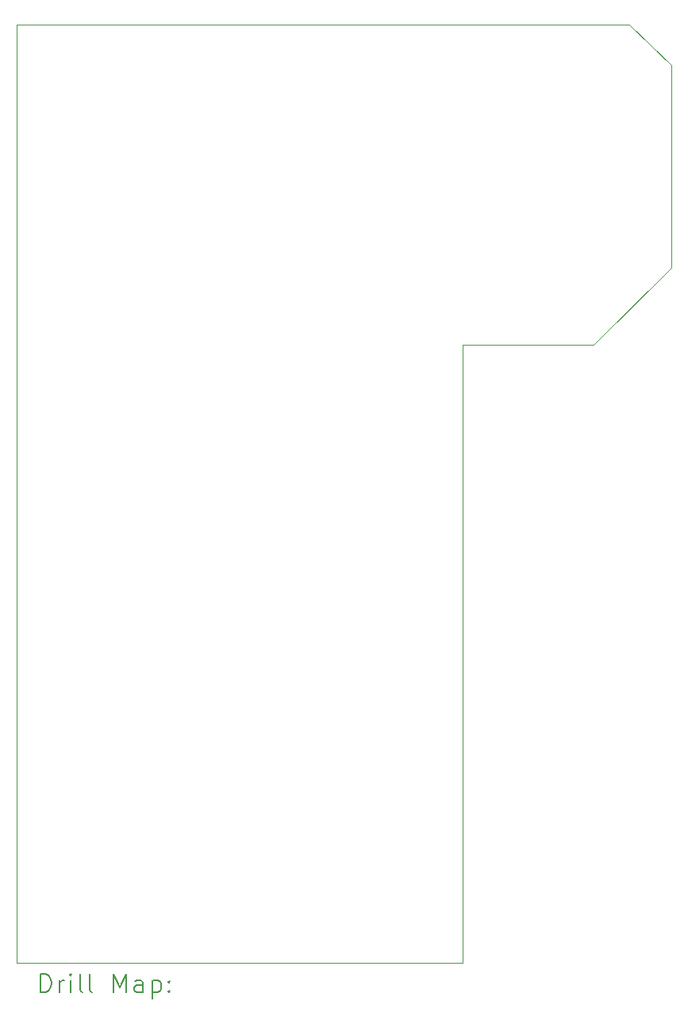
<source format=gbr>
%TF.GenerationSoftware,KiCad,Pcbnew,6.0.8-f2edbf62ab~116~ubuntu22.04.1*%
%TF.CreationDate,2022-10-12T19:56:12+02:00*%
%TF.ProjectId,A1200FaStRamExpansion,41313230-3046-4615-9374-52616d457870,1.0*%
%TF.SameCoordinates,Original*%
%TF.FileFunction,Drillmap*%
%TF.FilePolarity,Positive*%
%FSLAX45Y45*%
G04 Gerber Fmt 4.5, Leading zero omitted, Abs format (unit mm)*
G04 Created by KiCad (PCBNEW 6.0.8-f2edbf62ab~116~ubuntu22.04.1) date 2022-10-12 19:56:12*
%MOMM*%
%LPD*%
G01*
G04 APERTURE LIST*
%ADD10C,0.050000*%
%ADD11C,0.200000*%
G04 APERTURE END LIST*
D10*
X7874000Y-5541000D02*
X7874000Y-15541000D01*
X7874000Y-5541000D02*
X14414500Y-5541000D01*
X12636500Y-8953500D02*
X12636500Y-12573000D01*
X14859000Y-5969000D02*
X14414500Y-5541000D01*
X12636500Y-15541000D02*
X12636500Y-12573000D01*
X14859000Y-5969000D02*
X14859000Y-8128000D01*
X14859000Y-8128000D02*
X14033500Y-8953500D01*
X7874000Y-15541000D02*
X12636500Y-15541000D01*
X14033500Y-8953500D02*
X12636500Y-8953500D01*
D11*
X8129119Y-15853976D02*
X8129119Y-15653976D01*
X8176738Y-15653976D01*
X8205309Y-15663500D01*
X8224357Y-15682548D01*
X8233881Y-15701595D01*
X8243405Y-15739690D01*
X8243405Y-15768262D01*
X8233881Y-15806357D01*
X8224357Y-15825405D01*
X8205309Y-15844452D01*
X8176738Y-15853976D01*
X8129119Y-15853976D01*
X8329119Y-15853976D02*
X8329119Y-15720643D01*
X8329119Y-15758738D02*
X8338643Y-15739690D01*
X8348167Y-15730167D01*
X8367214Y-15720643D01*
X8386262Y-15720643D01*
X8452929Y-15853976D02*
X8452929Y-15720643D01*
X8452929Y-15653976D02*
X8443405Y-15663500D01*
X8452929Y-15673024D01*
X8462452Y-15663500D01*
X8452929Y-15653976D01*
X8452929Y-15673024D01*
X8576738Y-15853976D02*
X8557690Y-15844452D01*
X8548167Y-15825405D01*
X8548167Y-15653976D01*
X8681500Y-15853976D02*
X8662452Y-15844452D01*
X8652929Y-15825405D01*
X8652929Y-15653976D01*
X8910071Y-15853976D02*
X8910071Y-15653976D01*
X8976738Y-15796833D01*
X9043405Y-15653976D01*
X9043405Y-15853976D01*
X9224357Y-15853976D02*
X9224357Y-15749214D01*
X9214833Y-15730167D01*
X9195786Y-15720643D01*
X9157690Y-15720643D01*
X9138643Y-15730167D01*
X9224357Y-15844452D02*
X9205310Y-15853976D01*
X9157690Y-15853976D01*
X9138643Y-15844452D01*
X9129119Y-15825405D01*
X9129119Y-15806357D01*
X9138643Y-15787309D01*
X9157690Y-15777786D01*
X9205310Y-15777786D01*
X9224357Y-15768262D01*
X9319595Y-15720643D02*
X9319595Y-15920643D01*
X9319595Y-15730167D02*
X9338643Y-15720643D01*
X9376738Y-15720643D01*
X9395786Y-15730167D01*
X9405310Y-15739690D01*
X9414833Y-15758738D01*
X9414833Y-15815881D01*
X9405310Y-15834928D01*
X9395786Y-15844452D01*
X9376738Y-15853976D01*
X9338643Y-15853976D01*
X9319595Y-15844452D01*
X9500548Y-15834928D02*
X9510071Y-15844452D01*
X9500548Y-15853976D01*
X9491024Y-15844452D01*
X9500548Y-15834928D01*
X9500548Y-15853976D01*
X9500548Y-15730167D02*
X9510071Y-15739690D01*
X9500548Y-15749214D01*
X9491024Y-15739690D01*
X9500548Y-15730167D01*
X9500548Y-15749214D01*
M02*

</source>
